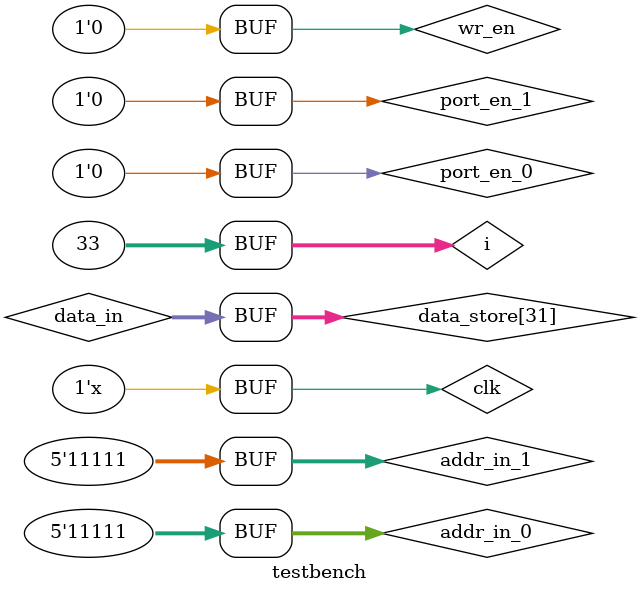
<source format=v>
`timescale 1ns / 1ps

module testbench;
 
    // Inputs
    reg clk;
    reg wr_en;
    reg [31:0] data_in;
    reg [4:0] addr_in_0;
    reg [4:0] addr_in_1;
    reg port_en_0;
    reg port_en_1;

    // Outputs
    wire [31:0] data_out_0;
    wire [31:0] data_out_1;
    reg [31:0] data_store[31:0];
    integer i;

    // Instantiate the Unit Under Test (UUT)
    dual_port_memory uut (
        .clk(clk), 
        .wr_en(wr_en), 
        .data_in(data_in), 
        .addr_in_0(addr_in_0), 
        .addr_in_1(addr_in_1), 
        .port_en_0(port_en_0), 
        .port_en_1(port_en_1), 
        .data_out_0(data_out_0), 
        .data_out_1(data_out_1)
    );
    
    always
        #5 clk = ~clk;

    initial begin
        // Initialize Inputs
        clk = 1;
        addr_in_1 = 0;
        port_en_0 = 0;
        port_en_1 = 0;
        wr_en = 0;
        data_in = 0;
        addr_in_0 = 0;  
        #20;
        //Write all the locations of RAM
        port_en_0 = 1;  
        wr_en = 1;
      for(i=1; i <= 32; i = i + 1) begin
            data_in = i;
            addr_in_0 = i-1;
            #10;
        end
        port_en_0 = 0;  
        wr_en = 0;
        //Read from port 1, all the locations of RAM.
        port_en_1 = 1;  
        for(i=1; i <= 32; i = i + 1) begin
            addr_in_1 = i-1;
            data_store[addr_in_1] = data_out_1;
             data_store[addr_in_1] = data_store[addr_in_1] + 10;
            #10;
        end
        port_en_1 = 0;
         port_en_0 = 1;  
        wr_en = 1;
        for(i=1; i <= 32; i = i + 1) begin
            data_in = data_store[i-1];
            addr_in_0 = i-1;
            #10;
        end
        
         port_en_0 = 0;  
        wr_en = 0;
        port_en_1 = 1;
         for(i=1; i <= 32; i = i + 1) begin
            addr_in_1 = i-1;
            #10;
            end
        port_en_1 = 0;
    end

endmodule

</source>
